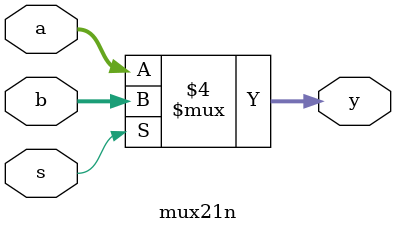
<source format=v>
`timescale 1ns / 1ps
module mux21n
#(parameter N=4)
(
    input wire [N-1:0] a,
    input wire [N-1:0] b,
    input wire s,
    output reg [N-1:0] y
);

always @(*)
    if(s == 0)
        y = a;
    else
        y = b;

endmodule

</source>
